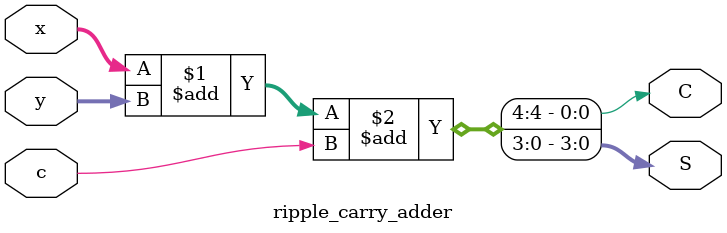
<source format=v>
/****************************************
* Title   : ripple_carry_addder.v
* Purpose : Add four-bit binary numbers with 
* Author  : Harish R EE20B044 <harishrajesh2002@gmail.com>
* Date    : Dec 2 2021
*****************************************/

`timescale 1ns/1ps

module ripple_carry_adder ( output [3:0] S,
							output C,
							input [3:0] x, y,
							input c);

	assign {C, S} = x + y + c;

endmodule


</source>
